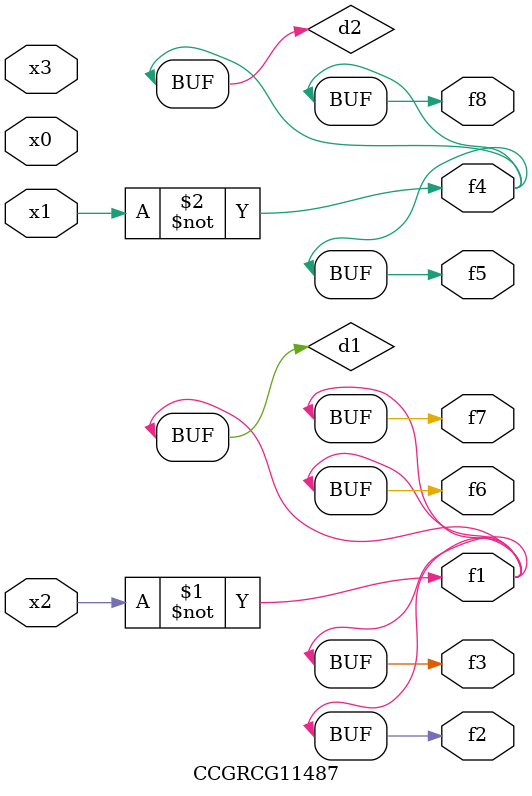
<source format=v>
module CCGRCG11487(
	input x0, x1, x2, x3,
	output f1, f2, f3, f4, f5, f6, f7, f8
);

	wire d1, d2;

	xnor (d1, x2);
	not (d2, x1);
	assign f1 = d1;
	assign f2 = d1;
	assign f3 = d1;
	assign f4 = d2;
	assign f5 = d2;
	assign f6 = d1;
	assign f7 = d1;
	assign f8 = d2;
endmodule

</source>
